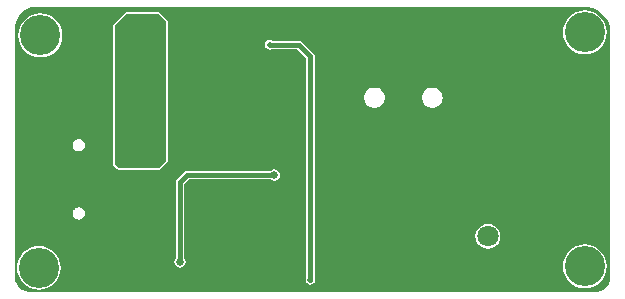
<source format=gbl>
G04*
G04 #@! TF.GenerationSoftware,Altium Limited,Altium Designer,20.0.13 (296)*
G04*
G04 Layer_Physical_Order=2*
G04 Layer_Color=16711680*
%FSLAX25Y25*%
%MOIN*%
G70*
G01*
G75*
%ADD50C,0.01500*%
%ADD52O,0.06000X0.05000*%
%ADD53C,0.07087*%
%ADD54O,0.07087X0.03937*%
%ADD55O,0.07874X0.03937*%
%ADD56C,0.02000*%
%ADD57C,0.13386*%
%ADD58C,0.02500*%
G36*
X12000Y1000D02*
X194500Y1000D01*
X195362Y975D01*
X197043Y591D01*
X198616Y-114D01*
X200022Y-1113D01*
X201206Y-2366D01*
X202123Y-3827D01*
X202737Y-5438D01*
X203025Y-7138D01*
X203000Y-8000D01*
X203000D01*
Y-89000D01*
Y-89492D01*
X202808Y-90459D01*
X202431Y-91368D01*
X201884Y-92187D01*
X201187Y-92884D01*
X200368Y-93431D01*
X199459Y-93808D01*
X198493Y-94000D01*
X9500D01*
X9008Y-94000D01*
X8042Y-93808D01*
X7132Y-93431D01*
X6313Y-92884D01*
X5616Y-92187D01*
X5069Y-91368D01*
X4692Y-90459D01*
X4500Y-89492D01*
Y-89000D01*
X4500D01*
X4500Y-6000D01*
X4525Y-5286D01*
X4851Y-3895D01*
X5443Y-2594D01*
X6278Y-1434D01*
X7323Y-459D01*
X8537Y293D01*
X9876Y794D01*
X11286Y1025D01*
X12000Y1000D01*
D02*
G37*
%LPC*%
G36*
X194500Y-172D02*
X193070Y-313D01*
X191696Y-730D01*
X190429Y-1407D01*
X189318Y-2318D01*
X188407Y-3429D01*
X187730Y-4696D01*
X187313Y-6070D01*
X187172Y-7500D01*
X187313Y-8930D01*
X187730Y-10304D01*
X188407Y-11571D01*
X189318Y-12682D01*
X190429Y-13593D01*
X191696Y-14270D01*
X193070Y-14687D01*
X194500Y-14828D01*
X195930Y-14687D01*
X197304Y-14270D01*
X198571Y-13593D01*
X199682Y-12682D01*
X200593Y-11571D01*
X201270Y-10304D01*
X201687Y-8930D01*
X201828Y-7500D01*
X201687Y-6070D01*
X201270Y-4696D01*
X200593Y-3429D01*
X199682Y-2318D01*
X198571Y-1407D01*
X197304Y-730D01*
X195930Y-313D01*
X194500Y-172D01*
D02*
G37*
G36*
X13000Y-1172D02*
X11570Y-1313D01*
X10196Y-1730D01*
X8929Y-2407D01*
X7818Y-3318D01*
X6907Y-4429D01*
X6230Y-5696D01*
X5813Y-7070D01*
X5672Y-8500D01*
X5813Y-9930D01*
X6230Y-11304D01*
X6907Y-12571D01*
X7818Y-13682D01*
X8929Y-14593D01*
X10196Y-15270D01*
X11570Y-15687D01*
X13000Y-15828D01*
X14430Y-15687D01*
X15804Y-15270D01*
X17071Y-14593D01*
X18182Y-13682D01*
X19093Y-12571D01*
X19770Y-11304D01*
X20187Y-9930D01*
X20328Y-8500D01*
X20187Y-7070D01*
X19770Y-5696D01*
X19093Y-4429D01*
X18182Y-3318D01*
X17071Y-2407D01*
X15804Y-1730D01*
X14430Y-1313D01*
X13000Y-1172D01*
D02*
G37*
G36*
X144009Y-25882D02*
X143283D01*
X143202Y-25916D01*
X143115Y-25904D01*
X142414Y-26092D01*
X142345Y-26146D01*
X142258Y-26157D01*
X141629Y-26520D01*
X141576Y-26590D01*
X141495Y-26623D01*
X140981Y-27136D01*
X140948Y-27217D01*
X140878Y-27271D01*
X140515Y-27899D01*
X140504Y-27986D01*
X140451Y-28056D01*
X140263Y-28757D01*
X140274Y-28844D01*
X140241Y-28925D01*
Y-29288D01*
Y-29650D01*
X140274Y-29732D01*
X140263Y-29818D01*
X140451Y-30519D01*
X140504Y-30589D01*
X140515Y-30676D01*
X140878Y-31304D01*
X140948Y-31358D01*
X140981Y-31439D01*
X141495Y-31952D01*
X141576Y-31986D01*
X141629Y-32055D01*
X142257Y-32418D01*
X142345Y-32430D01*
X142414Y-32483D01*
X143115Y-32671D01*
X143202Y-32659D01*
X143283Y-32693D01*
X144009D01*
X144090Y-32659D01*
X144177Y-32671D01*
X144878Y-32483D01*
X144948Y-32430D01*
X145034Y-32418D01*
X145663Y-32055D01*
X145716Y-31986D01*
X145797Y-31952D01*
X146310Y-31439D01*
X146344Y-31358D01*
X146414Y-31304D01*
X146776Y-30676D01*
X146788Y-30589D01*
X146841Y-30519D01*
X147029Y-29818D01*
X147018Y-29732D01*
X147051Y-29650D01*
Y-29288D01*
Y-28925D01*
X147018Y-28844D01*
X147029Y-28757D01*
X146841Y-28056D01*
X146788Y-27986D01*
X146776Y-27899D01*
X146414Y-27271D01*
X146344Y-27217D01*
X146310Y-27136D01*
X145797Y-26623D01*
X145716Y-26590D01*
X145663Y-26520D01*
X145035Y-26157D01*
X144948Y-26146D01*
X144878Y-26092D01*
X144177Y-25904D01*
X144090Y-25916D01*
X144009Y-25882D01*
D02*
G37*
G36*
X124717D02*
X123991D01*
X123910Y-25916D01*
X123823Y-25904D01*
X123122Y-26092D01*
X123053Y-26146D01*
X122966Y-26157D01*
X122337Y-26520D01*
X122284Y-26590D01*
X122203Y-26623D01*
X121689Y-27136D01*
X121656Y-27217D01*
X121586Y-27271D01*
X121223Y-27899D01*
X121212Y-27986D01*
X121159Y-28056D01*
X120971Y-28757D01*
X120982Y-28844D01*
X120949Y-28925D01*
Y-29288D01*
Y-29650D01*
X120982Y-29732D01*
X120971Y-29818D01*
X121159Y-30519D01*
X121212Y-30589D01*
X121223Y-30676D01*
X121586Y-31304D01*
X121656Y-31358D01*
X121689Y-31439D01*
X122203Y-31952D01*
X122284Y-31986D01*
X122337Y-32055D01*
X122966Y-32418D01*
X123053Y-32430D01*
X123122Y-32483D01*
X123823Y-32671D01*
X123910Y-32659D01*
X123991Y-32693D01*
X124717D01*
X124798Y-32659D01*
X124885Y-32671D01*
X125586Y-32483D01*
X125655Y-32430D01*
X125742Y-32418D01*
X126371Y-32055D01*
X126424Y-31986D01*
X126505Y-31952D01*
X127018Y-31439D01*
X127052Y-31358D01*
X127122Y-31304D01*
X127485Y-30676D01*
X127496Y-30589D01*
X127549Y-30519D01*
X127737Y-29818D01*
X127726Y-29732D01*
X127759Y-29650D01*
Y-29288D01*
Y-28925D01*
X127726Y-28844D01*
X127737Y-28757D01*
X127549Y-28056D01*
X127496Y-27986D01*
X127485Y-27899D01*
X127122Y-27271D01*
X127052Y-27217D01*
X127018Y-27136D01*
X126505Y-26623D01*
X126424Y-26590D01*
X126371Y-26520D01*
X125742Y-26157D01*
X125655Y-26146D01*
X125586Y-26092D01*
X124885Y-25904D01*
X124798Y-25916D01*
X124717Y-25882D01*
D02*
G37*
G36*
X26041Y-43095D02*
X25493D01*
X25374Y-43144D01*
X25245D01*
X24738Y-43354D01*
X24647Y-43445D01*
X24528Y-43494D01*
X24140Y-43882D01*
X24091Y-44001D01*
X23999Y-44093D01*
X23789Y-44599D01*
Y-44729D01*
X23740Y-44848D01*
Y-45396D01*
X23789Y-45515D01*
Y-45645D01*
X23999Y-46151D01*
X24091Y-46242D01*
X24140Y-46362D01*
X24528Y-46749D01*
X24647Y-46799D01*
X24738Y-46890D01*
X25245Y-47100D01*
X25374D01*
X25493Y-47149D01*
X26041D01*
X26161Y-47100D01*
X26290D01*
X26796Y-46890D01*
X26888Y-46799D01*
X27007Y-46749D01*
X27395Y-46362D01*
X27444Y-46242D01*
X27536Y-46151D01*
X27745Y-45645D01*
Y-45515D01*
X27795Y-45396D01*
Y-44848D01*
X27745Y-44728D01*
Y-44599D01*
X27536Y-44093D01*
X27444Y-44002D01*
X27395Y-43882D01*
X27007Y-43495D01*
X26888Y-43445D01*
X26796Y-43354D01*
X26290Y-43144D01*
X26161D01*
X26041Y-43095D01*
D02*
G37*
G36*
X41700Y-850D02*
X41241Y-1041D01*
X37341Y-4941D01*
X37151Y-5400D01*
X37150Y-51300D01*
X37341Y-51759D01*
X38641Y-53059D01*
X39100Y-53250D01*
X52600Y-53249D01*
X53059Y-53059D01*
X55259Y-50859D01*
X55449Y-50400D01*
X55449Y-3800D01*
X55259Y-3341D01*
X52959Y-1041D01*
X52500Y-851D01*
X41700Y-850D01*
D02*
G37*
G36*
X91000Y-53114D02*
X90278Y-53257D01*
X89832Y-53556D01*
X89825Y-53555D01*
X89798Y-53564D01*
X89780Y-53569D01*
X89754Y-53573D01*
X89366Y-53600D01*
X89244Y-53601D01*
X89190Y-53624D01*
X62000D01*
X61473Y-53728D01*
X61294Y-53848D01*
X61027Y-54027D01*
X61027Y-54027D01*
X58527Y-56527D01*
X58228Y-56973D01*
X58124Y-57500D01*
Y-82190D01*
X58101Y-82244D01*
X58099Y-82375D01*
X58091Y-82590D01*
X58075Y-82743D01*
X58069Y-82780D01*
X58064Y-82798D01*
X58055Y-82825D01*
X58056Y-82832D01*
X57757Y-83278D01*
X57614Y-84000D01*
X57757Y-84722D01*
X58166Y-85334D01*
X58778Y-85743D01*
X59500Y-85886D01*
X60222Y-85743D01*
X60834Y-85334D01*
X61243Y-84722D01*
X61386Y-84000D01*
X61243Y-83278D01*
X60944Y-82832D01*
X60945Y-82825D01*
X60936Y-82798D01*
X60931Y-82780D01*
X60927Y-82754D01*
X60900Y-82366D01*
X60899Y-82244D01*
X60876Y-82190D01*
Y-58070D01*
X62570Y-56376D01*
X89190D01*
X89244Y-56399D01*
X89375Y-56401D01*
X89590Y-56409D01*
X89743Y-56425D01*
X89780Y-56431D01*
X89798Y-56436D01*
X89825Y-56445D01*
X89832Y-56444D01*
X90278Y-56743D01*
X91000Y-56886D01*
X91722Y-56743D01*
X92334Y-56334D01*
X92743Y-55722D01*
X92886Y-55000D01*
X92743Y-54278D01*
X92334Y-53666D01*
X91722Y-53257D01*
X91000Y-53114D01*
D02*
G37*
G36*
X26041Y-65851D02*
X25493D01*
X25374Y-65900D01*
X25245D01*
X24738Y-66110D01*
X24647Y-66201D01*
X24528Y-66250D01*
X24140Y-66638D01*
X24091Y-66758D01*
X23999Y-66849D01*
X23789Y-67355D01*
Y-67485D01*
X23740Y-67604D01*
Y-68152D01*
X23789Y-68271D01*
Y-68401D01*
X23999Y-68907D01*
X24091Y-68998D01*
X24140Y-69118D01*
X24528Y-69505D01*
X24647Y-69555D01*
X24738Y-69646D01*
X25245Y-69856D01*
X25374D01*
X25493Y-69905D01*
X26041D01*
X26161Y-69856D01*
X26290D01*
X26796Y-69646D01*
X26888Y-69555D01*
X27007Y-69505D01*
X27395Y-69118D01*
X27444Y-68998D01*
X27536Y-68907D01*
X27745Y-68401D01*
Y-68271D01*
X27795Y-68152D01*
Y-67604D01*
X27745Y-67484D01*
Y-67355D01*
X27536Y-66849D01*
X27444Y-66758D01*
X27395Y-66638D01*
X27007Y-66251D01*
X26888Y-66201D01*
X26796Y-66110D01*
X26290Y-65900D01*
X26161D01*
X26041Y-65851D01*
D02*
G37*
G36*
X162157Y-71321D02*
X161076Y-71463D01*
X160068Y-71881D01*
X159202Y-72545D01*
X158538Y-73410D01*
X158121Y-74418D01*
X157978Y-75500D01*
X158121Y-76582D01*
X158538Y-77589D01*
X159202Y-78455D01*
X160068Y-79119D01*
X161076Y-79537D01*
X162157Y-79679D01*
X163239Y-79537D01*
X164247Y-79119D01*
X165112Y-78455D01*
X165777Y-77589D01*
X166194Y-76582D01*
X166336Y-75500D01*
X166194Y-74418D01*
X165777Y-73410D01*
X165112Y-72545D01*
X164247Y-71881D01*
X163239Y-71463D01*
X162157Y-71321D01*
D02*
G37*
G36*
X89500Y-9969D02*
X88876Y-10093D01*
X88346Y-10447D01*
X87993Y-10976D01*
X87869Y-11600D01*
X87993Y-12224D01*
X88346Y-12754D01*
X88876Y-13107D01*
X89500Y-13231D01*
X90124Y-13107D01*
X90320Y-12976D01*
X98630D01*
X101624Y-15970D01*
Y-89180D01*
X101493Y-89376D01*
X101369Y-90000D01*
X101493Y-90624D01*
X101847Y-91154D01*
X102376Y-91507D01*
X103000Y-91631D01*
X103624Y-91507D01*
X104154Y-91154D01*
X104507Y-90624D01*
X104631Y-90000D01*
X104507Y-89376D01*
X104376Y-89180D01*
Y-15400D01*
X104272Y-14873D01*
X103973Y-14427D01*
X100173Y-10627D01*
X99727Y-10328D01*
X99200Y-10224D01*
X90320D01*
X90124Y-10093D01*
X89500Y-9969D01*
D02*
G37*
G36*
X194500Y-78172D02*
X193070Y-78313D01*
X191696Y-78730D01*
X190429Y-79407D01*
X189318Y-80318D01*
X188407Y-81429D01*
X187730Y-82696D01*
X187313Y-84070D01*
X187172Y-85500D01*
X187313Y-86930D01*
X187730Y-88304D01*
X188407Y-89571D01*
X189318Y-90682D01*
X190429Y-91593D01*
X191696Y-92270D01*
X193070Y-92687D01*
X194500Y-92828D01*
X195930Y-92687D01*
X197304Y-92270D01*
X198571Y-91593D01*
X199682Y-90682D01*
X200593Y-89571D01*
X201270Y-88304D01*
X201687Y-86930D01*
X201828Y-85500D01*
X201687Y-84070D01*
X201270Y-82696D01*
X200593Y-81429D01*
X199682Y-80318D01*
X198571Y-79407D01*
X197304Y-78730D01*
X195930Y-78313D01*
X194500Y-78172D01*
D02*
G37*
G36*
X12500Y-78672D02*
X11070Y-78813D01*
X9696Y-79230D01*
X8429Y-79907D01*
X7318Y-80818D01*
X6407Y-81929D01*
X5730Y-83196D01*
X5313Y-84570D01*
X5172Y-86000D01*
X5313Y-87430D01*
X5730Y-88804D01*
X6407Y-90071D01*
X7318Y-91182D01*
X8429Y-92093D01*
X9696Y-92770D01*
X11070Y-93187D01*
X12500Y-93328D01*
X13930Y-93187D01*
X15304Y-92770D01*
X16571Y-92093D01*
X17682Y-91182D01*
X18593Y-90071D01*
X19270Y-88804D01*
X19687Y-87430D01*
X19828Y-86000D01*
X19687Y-84570D01*
X19270Y-83196D01*
X18593Y-81929D01*
X17682Y-80818D01*
X16571Y-79907D01*
X15304Y-79230D01*
X13930Y-78813D01*
X12500Y-78672D01*
D02*
G37*
%LPD*%
G36*
X52500Y-1500D02*
X54800Y-3800D01*
X54800Y-50400D01*
X52600Y-52600D01*
X39100Y-52600D01*
X37800Y-51300D01*
X37800Y-5400D01*
X41700Y-1500D01*
X52500Y-1500D01*
D02*
G37*
G36*
X90107Y-55875D02*
X90077Y-55851D01*
X90034Y-55830D01*
X89979Y-55811D01*
X89911Y-55795D01*
X89832Y-55781D01*
X89636Y-55761D01*
X89391Y-55751D01*
X89250Y-55750D01*
Y-54250D01*
X89391Y-54249D01*
X89832Y-54219D01*
X89911Y-54205D01*
X89979Y-54189D01*
X90034Y-54170D01*
X90077Y-54149D01*
X90107Y-54125D01*
Y-55875D01*
D02*
G37*
G36*
X60251Y-82391D02*
X60281Y-82832D01*
X60295Y-82911D01*
X60311Y-82979D01*
X60330Y-83034D01*
X60351Y-83077D01*
X60375Y-83107D01*
X58625D01*
X58649Y-83077D01*
X58670Y-83034D01*
X58689Y-82979D01*
X58705Y-82911D01*
X58719Y-82832D01*
X58739Y-82636D01*
X58749Y-82391D01*
X58750Y-82250D01*
X60250D01*
X60251Y-82391D01*
D02*
G37*
D50*
X89500Y-11600D02*
X99200D01*
X103000Y-90000D02*
Y-15400D01*
X99200Y-11600D02*
X103000Y-15400D01*
X59500Y-84000D02*
Y-57500D01*
X62000Y-55000D02*
X91000D01*
X59500Y-57500D02*
X62000Y-55000D01*
D52*
X44100Y-4600D02*
D03*
X33000D02*
D03*
D53*
X162157Y-75500D02*
D03*
X172000D02*
D03*
D54*
X11397Y-39492D02*
D03*
Y-73508D02*
D03*
D55*
X27854D02*
D03*
Y-39492D02*
D03*
D56*
X42700Y-50000D02*
D03*
X39500D02*
D03*
X42700Y-47400D02*
D03*
X39500D02*
D03*
X89500Y-11600D02*
D03*
X96000Y-56500D02*
D03*
X99000D02*
D03*
Y-59500D02*
D03*
X103000Y-90000D02*
D03*
X96000Y-59500D02*
D03*
D57*
X194500Y-7500D02*
D03*
Y-85500D02*
D03*
X13000Y-8500D02*
D03*
X12500Y-86000D02*
D03*
D58*
X91000Y-55000D02*
D03*
X59500Y-84000D02*
D03*
M02*

</source>
